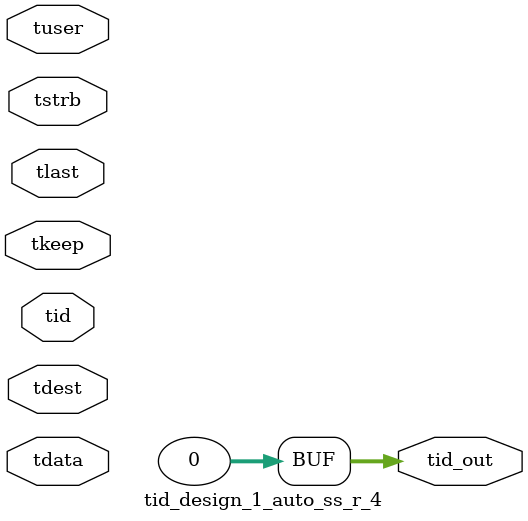
<source format=v>


`timescale 1ps/1ps

module tid_design_1_auto_ss_r_4 #
(
parameter C_S_AXIS_TID_WIDTH   = 1,
parameter C_S_AXIS_TUSER_WIDTH = 0,
parameter C_S_AXIS_TDATA_WIDTH = 0,
parameter C_S_AXIS_TDEST_WIDTH = 0,
parameter C_M_AXIS_TID_WIDTH   = 32
)
(
input  [(C_S_AXIS_TID_WIDTH   == 0 ? 1 : C_S_AXIS_TID_WIDTH)-1:0       ] tid,
input  [(C_S_AXIS_TDATA_WIDTH == 0 ? 1 : C_S_AXIS_TDATA_WIDTH)-1:0     ] tdata,
input  [(C_S_AXIS_TUSER_WIDTH == 0 ? 1 : C_S_AXIS_TUSER_WIDTH)-1:0     ] tuser,
input  [(C_S_AXIS_TDEST_WIDTH == 0 ? 1 : C_S_AXIS_TDEST_WIDTH)-1:0     ] tdest,
input  [(C_S_AXIS_TDATA_WIDTH/8)-1:0 ] tkeep,
input  [(C_S_AXIS_TDATA_WIDTH/8)-1:0 ] tstrb,
input                                                                    tlast,
output [(C_M_AXIS_TID_WIDTH   == 0 ? 1 : C_M_AXIS_TID_WIDTH)-1:0       ] tid_out
);

assign tid_out = {1'b0};

endmodule


</source>
